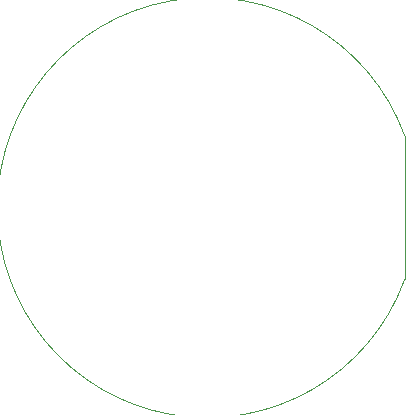
<source format=gbr>
G04*
G04 #@! TF.GenerationSoftware,Altium Limited,Altium Designer,23.3.1 (30)*
G04*
G04 Layer_Color=0*
%FSLAX44Y44*%
%MOMM*%
G71*
G04*
G04 #@! TF.SameCoordinates,607B9DED-B9D6-4049-9DE7-3198A38A4F88*
G04*
G04*
G04 #@! TF.FilePolarity,Positive*
G04*
G01*
G75*
%ADD97C,0.0254*%
D97*
X421077Y193189D02*
G02*
X421077Y314811I-167077J60811D01*
G01*
Y193189D01*
M02*

</source>
